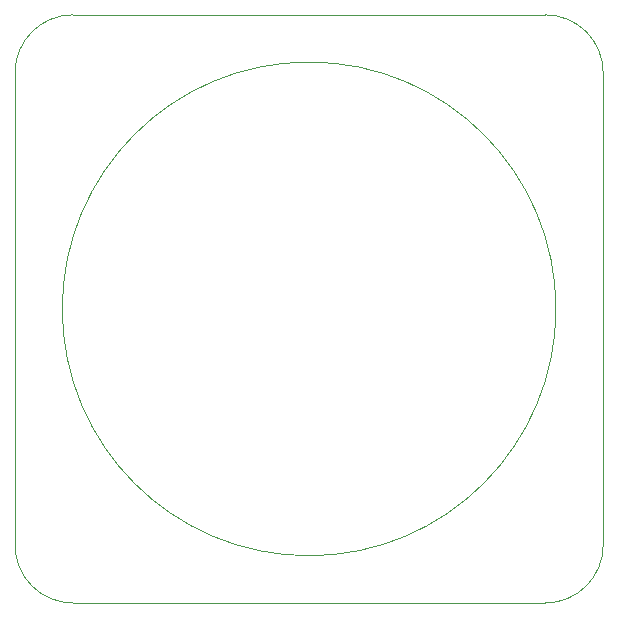
<source format=gm1>
G04 #@! TF.GenerationSoftware,KiCad,Pcbnew,5.1.5+dfsg1-2build2*
G04 #@! TF.CreationDate,2021-05-18T14:50:11+02:00*
G04 #@! TF.ProjectId,lensmount-v1.0,6c656e73-6d6f-4756-9e74-2d76312e302e,rev?*
G04 #@! TF.SameCoordinates,Original*
G04 #@! TF.FileFunction,Profile,NP*
%FSLAX46Y46*%
G04 Gerber Fmt 4.6, Leading zero omitted, Abs format (unit mm)*
G04 Created by KiCad (PCBNEW 5.1.5+dfsg1-2build2) date 2021-05-18 14:50:11*
%MOMM*%
%LPD*%
G04 APERTURE LIST*
%ADD10C,0.050000*%
G04 APERTURE END LIST*
D10*
X80000001Y-124900001D02*
G75*
G02X75100000Y-120000000I0J4900001D01*
G01*
X124900000Y-120000000D02*
G75*
G02X120000000Y-124900000I-4900000J0D01*
G01*
X120000000Y-124900000D02*
X80000000Y-124900000D01*
X124900000Y-80000000D02*
X124900000Y-120000000D01*
X75100000Y-80000000D02*
X75100000Y-120000000D01*
X75100000Y-80000000D02*
G75*
G02X80000000Y-75100000I4900000J0D01*
G01*
X120000000Y-75100000D02*
G75*
G02X124900000Y-80000000I0J-4900000D01*
G01*
X80000000Y-75100000D02*
X120000000Y-75100000D01*
X120900000Y-100000000D02*
G75*
G03X120900000Y-100000000I-20900000J0D01*
G01*
M02*

</source>
